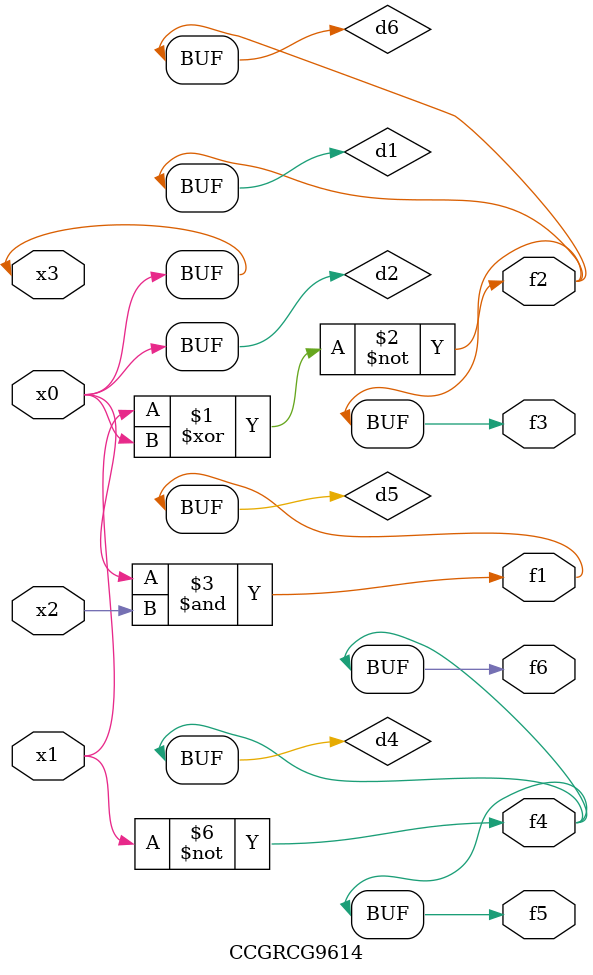
<source format=v>
module CCGRCG9614(
	input x0, x1, x2, x3,
	output f1, f2, f3, f4, f5, f6
);

	wire d1, d2, d3, d4, d5, d6;

	xnor (d1, x1, x3);
	buf (d2, x0, x3);
	nand (d3, x0, x2);
	not (d4, x1);
	nand (d5, d3);
	or (d6, d1);
	assign f1 = d5;
	assign f2 = d6;
	assign f3 = d6;
	assign f4 = d4;
	assign f5 = d4;
	assign f6 = d4;
endmodule

</source>
